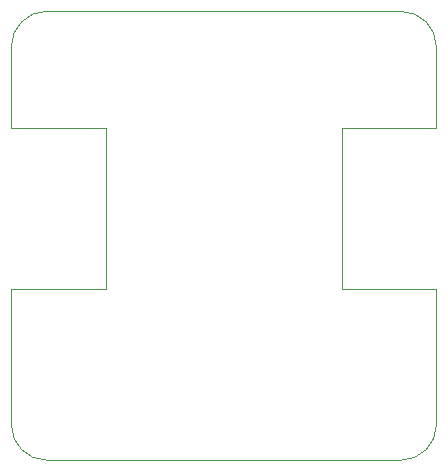
<source format=gbo>
G04 #@! TF.GenerationSoftware,KiCad,Pcbnew,6.0.11*
G04 #@! TF.CreationDate,2023-02-26T14:58:43+01:00*
G04 #@! TF.ProjectId,patchloop2,70617463-686c-46f6-9f70-322e6b696361,1*
G04 #@! TF.SameCoordinates,PX5f5e100PY5d81fd0*
G04 #@! TF.FileFunction,Legend,Bot*
G04 #@! TF.FilePolarity,Positive*
%FSLAX46Y46*%
G04 Gerber Fmt 4.6, Leading zero omitted, Abs format (unit mm)*
G04 Created by KiCad (PCBNEW 6.0.11) date 2023-02-26 14:58:43*
%MOMM*%
%LPD*%
G01*
G04 APERTURE LIST*
G04 #@! TA.AperFunction,Profile*
%ADD10C,0.100000*%
G04 #@! TD*
%ADD11C,0.150000*%
%ADD12C,2.000000*%
%ADD13C,1.200000*%
%ADD14C,2.250000*%
%ADD15C,5.600000*%
G04 APERTURE END LIST*
D10*
X0Y3050000D02*
G75*
G03*
X3000000Y50000I3000000J0D01*
G01*
X33000000Y50000D02*
G75*
G03*
X36000000Y3050000I0J3000000D01*
G01*
X36000000Y35050000D02*
G75*
G03*
X33000000Y38050000I-3000000J0D01*
G01*
X36000000Y28150000D02*
X28000000Y28150000D01*
X36000000Y14550000D02*
X36000000Y3050000D01*
X28000000Y28150000D02*
X28000000Y14550000D01*
X3000000Y38050000D02*
X33000000Y38050000D01*
X3000000Y38050000D02*
G75*
G03*
X0Y35050000I0J-3000000D01*
G01*
X0Y28150000D02*
X8000000Y28150000D01*
X0Y14550000D02*
X0Y3050000D01*
X36000000Y35050000D02*
X36000000Y28150000D01*
X8000000Y14550000D02*
X0Y14550000D01*
X8000000Y28150000D02*
X8000000Y14550000D01*
X28000000Y14550000D02*
X36000000Y14550000D01*
X3000000Y50000D02*
X33000000Y50000D01*
X0Y35050000D02*
X0Y28150000D01*
%LPC*%
D11*
X22900000Y33612620D02*
X22900000Y34612620D01*
X22519047Y34612620D01*
X22423809Y34565000D01*
X22376190Y34517381D01*
X22328571Y34422143D01*
X22328571Y34279286D01*
X22376190Y34184048D01*
X22423809Y34136429D01*
X22519047Y34088810D01*
X22900000Y34088810D01*
X21471428Y33612620D02*
X21471428Y34136429D01*
X21519047Y34231667D01*
X21614285Y34279286D01*
X21804761Y34279286D01*
X21900000Y34231667D01*
X21471428Y33660239D02*
X21566666Y33612620D01*
X21804761Y33612620D01*
X21900000Y33660239D01*
X21947619Y33755477D01*
X21947619Y33850715D01*
X21900000Y33945953D01*
X21804761Y33993572D01*
X21566666Y33993572D01*
X21471428Y34041191D01*
X21138095Y34279286D02*
X20757142Y34279286D01*
X20995238Y34612620D02*
X20995238Y33755477D01*
X20947619Y33660239D01*
X20852380Y33612620D01*
X20757142Y33612620D01*
X19995238Y33660239D02*
X20090476Y33612620D01*
X20280952Y33612620D01*
X20376190Y33660239D01*
X20423809Y33707858D01*
X20471428Y33803096D01*
X20471428Y34088810D01*
X20423809Y34184048D01*
X20376190Y34231667D01*
X20280952Y34279286D01*
X20090476Y34279286D01*
X19995238Y34231667D01*
X19566666Y33612620D02*
X19566666Y34612620D01*
X19138095Y33612620D02*
X19138095Y34136429D01*
X19185714Y34231667D01*
X19280952Y34279286D01*
X19423809Y34279286D01*
X19519047Y34231667D01*
X19566666Y34184048D01*
X18185714Y33612620D02*
X18661904Y33612620D01*
X18661904Y34612620D01*
X17709523Y33612620D02*
X17804761Y33660239D01*
X17852380Y33707858D01*
X17900000Y33803096D01*
X17900000Y34088810D01*
X17852380Y34184048D01*
X17804761Y34231667D01*
X17709523Y34279286D01*
X17566666Y34279286D01*
X17471428Y34231667D01*
X17423809Y34184048D01*
X17376190Y34088810D01*
X17376190Y33803096D01*
X17423809Y33707858D01*
X17471428Y33660239D01*
X17566666Y33612620D01*
X17709523Y33612620D01*
X16804761Y33612620D02*
X16900000Y33660239D01*
X16947619Y33707858D01*
X16995238Y33803096D01*
X16995238Y34088810D01*
X16947619Y34184048D01*
X16900000Y34231667D01*
X16804761Y34279286D01*
X16661904Y34279286D01*
X16566666Y34231667D01*
X16519047Y34184048D01*
X16471428Y34088810D01*
X16471428Y33803096D01*
X16519047Y33707858D01*
X16566666Y33660239D01*
X16661904Y33612620D01*
X16804761Y33612620D01*
X16042857Y34279286D02*
X16042857Y33279286D01*
X16042857Y34231667D02*
X15947619Y34279286D01*
X15757142Y34279286D01*
X15661904Y34231667D01*
X15614285Y34184048D01*
X15566666Y34088810D01*
X15566666Y33803096D01*
X15614285Y33707858D01*
X15661904Y33660239D01*
X15757142Y33612620D01*
X15947619Y33612620D01*
X16042857Y33660239D01*
X13804761Y33612620D02*
X14138095Y34088810D01*
X14376190Y33612620D02*
X14376190Y34612620D01*
X13995238Y34612620D01*
X13900000Y34565000D01*
X13852380Y34517381D01*
X13804761Y34422143D01*
X13804761Y34279286D01*
X13852380Y34184048D01*
X13900000Y34136429D01*
X13995238Y34088810D01*
X14376190Y34088810D01*
X13423809Y34517381D02*
X13376190Y34565000D01*
X13280952Y34612620D01*
X13042857Y34612620D01*
X12947619Y34565000D01*
X12900000Y34517381D01*
X12852380Y34422143D01*
X12852380Y34326905D01*
X12900000Y34184048D01*
X13471428Y33612620D01*
X12852380Y33612620D01*
X30209523Y32669286D02*
X30209523Y31859762D01*
X30257142Y31764524D01*
X30304761Y31716905D01*
X30400000Y31669286D01*
X30542857Y31669286D01*
X30638095Y31716905D01*
X30209523Y32050239D02*
X30304761Y32002620D01*
X30495238Y32002620D01*
X30590476Y32050239D01*
X30638095Y32097858D01*
X30685714Y32193096D01*
X30685714Y32478810D01*
X30638095Y32574048D01*
X30590476Y32621667D01*
X30495238Y32669286D01*
X30304761Y32669286D01*
X30209523Y32621667D01*
X29733333Y32002620D02*
X29733333Y32669286D01*
X29733333Y33002620D02*
X29780952Y32955000D01*
X29733333Y32907381D01*
X29685714Y32955000D01*
X29733333Y33002620D01*
X29733333Y32907381D01*
X29400000Y32669286D02*
X29019047Y32669286D01*
X29257142Y33002620D02*
X29257142Y32145477D01*
X29209523Y32050239D01*
X29114285Y32002620D01*
X29019047Y32002620D01*
X28685714Y32002620D02*
X28685714Y33002620D01*
X28257142Y32002620D02*
X28257142Y32526429D01*
X28304761Y32621667D01*
X28400000Y32669286D01*
X28542857Y32669286D01*
X28638095Y32621667D01*
X28685714Y32574048D01*
X27352380Y32669286D02*
X27352380Y32002620D01*
X27780952Y32669286D02*
X27780952Y32145477D01*
X27733333Y32050239D01*
X27638095Y32002620D01*
X27495238Y32002620D01*
X27400000Y32050239D01*
X27352380Y32097858D01*
X26876190Y32002620D02*
X26876190Y33002620D01*
X26876190Y32621667D02*
X26780952Y32669286D01*
X26590476Y32669286D01*
X26495238Y32621667D01*
X26447619Y32574048D01*
X26400000Y32478810D01*
X26400000Y32193096D01*
X26447619Y32097858D01*
X26495238Y32050239D01*
X26590476Y32002620D01*
X26780952Y32002620D01*
X26876190Y32050239D01*
X25971428Y32097858D02*
X25923809Y32050239D01*
X25971428Y32002620D01*
X26019047Y32050239D01*
X25971428Y32097858D01*
X25971428Y32002620D01*
X25066666Y32050239D02*
X25161904Y32002620D01*
X25352380Y32002620D01*
X25447619Y32050239D01*
X25495238Y32097858D01*
X25542857Y32193096D01*
X25542857Y32478810D01*
X25495238Y32574048D01*
X25447619Y32621667D01*
X25352380Y32669286D01*
X25161904Y32669286D01*
X25066666Y32621667D01*
X24495238Y32002620D02*
X24590476Y32050239D01*
X24638095Y32097858D01*
X24685714Y32193096D01*
X24685714Y32478810D01*
X24638095Y32574048D01*
X24590476Y32621667D01*
X24495238Y32669286D01*
X24352380Y32669286D01*
X24257142Y32621667D01*
X24209523Y32574048D01*
X24161904Y32478810D01*
X24161904Y32193096D01*
X24209523Y32097858D01*
X24257142Y32050239D01*
X24352380Y32002620D01*
X24495238Y32002620D01*
X23733333Y32002620D02*
X23733333Y32669286D01*
X23733333Y32574048D02*
X23685714Y32621667D01*
X23590476Y32669286D01*
X23447619Y32669286D01*
X23352380Y32621667D01*
X23304761Y32526429D01*
X23304761Y32002620D01*
X23304761Y32526429D02*
X23257142Y32621667D01*
X23161904Y32669286D01*
X23019047Y32669286D01*
X22923809Y32621667D01*
X22876190Y32526429D01*
X22876190Y32002620D01*
X21685714Y33050239D02*
X22542857Y31764524D01*
X21400000Y32050239D02*
X21257142Y32002620D01*
X21019047Y32002620D01*
X20923809Y32050239D01*
X20876190Y32097858D01*
X20828571Y32193096D01*
X20828571Y32288334D01*
X20876190Y32383572D01*
X20923809Y32431191D01*
X21019047Y32478810D01*
X21209523Y32526429D01*
X21304761Y32574048D01*
X21352380Y32621667D01*
X21400000Y32716905D01*
X21400000Y32812143D01*
X21352380Y32907381D01*
X21304761Y32955000D01*
X21209523Y33002620D01*
X20971428Y33002620D01*
X20828571Y32955000D01*
X20400000Y32002620D02*
X20400000Y32669286D01*
X20400000Y32574048D02*
X20352380Y32621667D01*
X20257142Y32669286D01*
X20114285Y32669286D01*
X20019047Y32621667D01*
X19971428Y32526429D01*
X19971428Y32002620D01*
X19971428Y32526429D02*
X19923809Y32621667D01*
X19828571Y32669286D01*
X19685714Y32669286D01*
X19590476Y32621667D01*
X19542857Y32526429D01*
X19542857Y32002620D01*
X19066666Y32002620D02*
X19066666Y32669286D01*
X19066666Y33002620D02*
X19114285Y32955000D01*
X19066666Y32907381D01*
X19019047Y32955000D01*
X19066666Y33002620D01*
X19066666Y32907381D01*
X18733333Y32669286D02*
X18352380Y32669286D01*
X18590476Y33002620D02*
X18590476Y32145477D01*
X18542857Y32050239D01*
X18447619Y32002620D01*
X18352380Y32002620D01*
X18019047Y32002620D02*
X18019047Y33002620D01*
X17590476Y32002620D02*
X17590476Y32526429D01*
X17638095Y32621667D01*
X17733333Y32669286D01*
X17876190Y32669286D01*
X17971428Y32621667D01*
X18019047Y32574048D01*
X16542857Y32097858D02*
X16590476Y32050239D01*
X16733333Y32002620D01*
X16828571Y32002620D01*
X16971428Y32050239D01*
X17066666Y32145477D01*
X17114285Y32240715D01*
X17161904Y32431191D01*
X17161904Y32574048D01*
X17114285Y32764524D01*
X17066666Y32859762D01*
X16971428Y32955000D01*
X16828571Y33002620D01*
X16733333Y33002620D01*
X16590476Y32955000D01*
X16542857Y32907381D01*
X16114285Y32002620D02*
X16114285Y33002620D01*
X15685714Y32002620D02*
X15685714Y32526429D01*
X15733333Y32621667D01*
X15828571Y32669286D01*
X15971428Y32669286D01*
X16066666Y32621667D01*
X16114285Y32574048D01*
X14780952Y32002620D02*
X14780952Y32526429D01*
X14828571Y32621667D01*
X14923809Y32669286D01*
X15114285Y32669286D01*
X15209523Y32621667D01*
X14780952Y32050239D02*
X14876190Y32002620D01*
X15114285Y32002620D01*
X15209523Y32050239D01*
X15257142Y32145477D01*
X15257142Y32240715D01*
X15209523Y32335953D01*
X15114285Y32383572D01*
X14876190Y32383572D01*
X14780952Y32431191D01*
X14304761Y32002620D02*
X14304761Y32669286D01*
X14304761Y32478810D02*
X14257142Y32574048D01*
X14209523Y32621667D01*
X14114285Y32669286D01*
X14019047Y32669286D01*
X13828571Y32669286D02*
X13447619Y32669286D01*
X13685714Y33002620D02*
X13685714Y32145477D01*
X13638095Y32050239D01*
X13542857Y32002620D01*
X13447619Y32002620D01*
X12400000Y33050239D02*
X13257142Y31764524D01*
X12066666Y32669286D02*
X12066666Y31669286D01*
X12066666Y32621667D02*
X11971428Y32669286D01*
X11780952Y32669286D01*
X11685714Y32621667D01*
X11638095Y32574048D01*
X11590476Y32478810D01*
X11590476Y32193096D01*
X11638095Y32097858D01*
X11685714Y32050239D01*
X11780952Y32002620D01*
X11971428Y32002620D01*
X12066666Y32050239D01*
X10733333Y32002620D02*
X10733333Y32526429D01*
X10780952Y32621667D01*
X10876190Y32669286D01*
X11066666Y32669286D01*
X11161904Y32621667D01*
X10733333Y32050239D02*
X10828571Y32002620D01*
X11066666Y32002620D01*
X11161904Y32050239D01*
X11209523Y32145477D01*
X11209523Y32240715D01*
X11161904Y32335953D01*
X11066666Y32383572D01*
X10828571Y32383572D01*
X10733333Y32431191D01*
X10400000Y32669286D02*
X10019047Y32669286D01*
X10257142Y33002620D02*
X10257142Y32145477D01*
X10209523Y32050239D01*
X10114285Y32002620D01*
X10019047Y32002620D01*
X9257142Y32050239D02*
X9352380Y32002620D01*
X9542857Y32002620D01*
X9638095Y32050239D01*
X9685714Y32097858D01*
X9733333Y32193096D01*
X9733333Y32478810D01*
X9685714Y32574048D01*
X9638095Y32621667D01*
X9542857Y32669286D01*
X9352380Y32669286D01*
X9257142Y32621667D01*
X8828571Y32002620D02*
X8828571Y33002620D01*
X8400000Y32002620D02*
X8400000Y32526429D01*
X8447619Y32621667D01*
X8542857Y32669286D01*
X8685714Y32669286D01*
X8780952Y32621667D01*
X8828571Y32574048D01*
X7780952Y32002620D02*
X7876190Y32050239D01*
X7923809Y32145477D01*
X7923809Y33002620D01*
X7257142Y32002620D02*
X7352380Y32050239D01*
X7400000Y32097858D01*
X7447619Y32193096D01*
X7447619Y32478810D01*
X7400000Y32574048D01*
X7352380Y32621667D01*
X7257142Y32669286D01*
X7114285Y32669286D01*
X7019047Y32621667D01*
X6971428Y32574048D01*
X6923809Y32478810D01*
X6923809Y32193096D01*
X6971428Y32097858D01*
X7019047Y32050239D01*
X7114285Y32002620D01*
X7257142Y32002620D01*
X6352380Y32002620D02*
X6447619Y32050239D01*
X6495238Y32097858D01*
X6542857Y32193096D01*
X6542857Y32478810D01*
X6495238Y32574048D01*
X6447619Y32621667D01*
X6352380Y32669286D01*
X6209523Y32669286D01*
X6114285Y32621667D01*
X6066666Y32574048D01*
X6019047Y32478810D01*
X6019047Y32193096D01*
X6066666Y32097858D01*
X6114285Y32050239D01*
X6209523Y32002620D01*
X6352380Y32002620D01*
X5590476Y32669286D02*
X5590476Y31669286D01*
X5590476Y32621667D02*
X5495238Y32669286D01*
X5304761Y32669286D01*
X5209523Y32621667D01*
X5161904Y32574048D01*
X5114285Y32478810D01*
X5114285Y32193096D01*
X5161904Y32097858D01*
X5209523Y32050239D01*
X5304761Y32002620D01*
X5495238Y32002620D01*
X5590476Y32050239D01*
X26471428Y30011667D02*
X26519047Y30059286D01*
X26614285Y30202143D01*
X26661904Y30297381D01*
X26709523Y30440239D01*
X26757142Y30678334D01*
X26757142Y30868810D01*
X26709523Y31106905D01*
X26661904Y31249762D01*
X26614285Y31345000D01*
X26519047Y31487858D01*
X26471428Y31535477D01*
X25757142Y30916429D02*
X26090476Y30916429D01*
X26090476Y30392620D02*
X26090476Y31392620D01*
X25614285Y31392620D01*
X25090476Y30392620D02*
X25185714Y30440239D01*
X25233333Y30487858D01*
X25280952Y30583096D01*
X25280952Y30868810D01*
X25233333Y30964048D01*
X25185714Y31011667D01*
X25090476Y31059286D01*
X24947619Y31059286D01*
X24852380Y31011667D01*
X24804761Y30964048D01*
X24757142Y30868810D01*
X24757142Y30583096D01*
X24804761Y30487858D01*
X24852380Y30440239D01*
X24947619Y30392620D01*
X25090476Y30392620D01*
X24328571Y30392620D02*
X24328571Y31059286D01*
X24328571Y30868810D02*
X24280952Y30964048D01*
X24233333Y31011667D01*
X24138095Y31059286D01*
X24042857Y31059286D01*
X23709523Y30392620D02*
X23709523Y31392620D01*
X23614285Y30773572D02*
X23328571Y30392620D01*
X23328571Y31059286D02*
X23709523Y30678334D01*
X22233333Y31059286D02*
X21995238Y30392620D01*
X21757142Y31059286D01*
X21233333Y30392620D02*
X21328571Y30440239D01*
X21376190Y30487858D01*
X21423809Y30583096D01*
X21423809Y30868810D01*
X21376190Y30964048D01*
X21328571Y31011667D01*
X21233333Y31059286D01*
X21090476Y31059286D01*
X20995238Y31011667D01*
X20947619Y30964048D01*
X20900000Y30868810D01*
X20900000Y30583096D01*
X20947619Y30487858D01*
X20995238Y30440239D01*
X21090476Y30392620D01*
X21233333Y30392620D01*
X20471428Y31059286D02*
X20471428Y30392620D01*
X20471428Y30964048D02*
X20423809Y31011667D01*
X20328571Y31059286D01*
X20185714Y31059286D01*
X20090476Y31011667D01*
X20042857Y30916429D01*
X20042857Y30392620D01*
X18804761Y30392620D02*
X18804761Y31392620D01*
X18566666Y31392620D01*
X18423809Y31345000D01*
X18328571Y31249762D01*
X18280952Y31154524D01*
X18233333Y30964048D01*
X18233333Y30821191D01*
X18280952Y30630715D01*
X18328571Y30535477D01*
X18423809Y30440239D01*
X18566666Y30392620D01*
X18804761Y30392620D01*
X17233333Y30487858D02*
X17280952Y30440239D01*
X17423809Y30392620D01*
X17519047Y30392620D01*
X17661904Y30440239D01*
X17757142Y30535477D01*
X17804761Y30630715D01*
X17852380Y30821191D01*
X17852380Y30964048D01*
X17804761Y31154524D01*
X17757142Y31249762D01*
X17661904Y31345000D01*
X17519047Y31392620D01*
X17423809Y31392620D01*
X17280952Y31345000D01*
X17233333Y31297381D01*
X16376190Y31059286D02*
X16376190Y30392620D01*
X16614285Y31440239D02*
X16852380Y30725953D01*
X16233333Y30725953D01*
X15852380Y30392620D02*
X15852380Y31392620D01*
X15852380Y30916429D02*
X15280952Y30916429D01*
X15280952Y30392620D02*
X15280952Y31392620D01*
X14804761Y30392620D02*
X14804761Y31392620D01*
X14423809Y31392620D01*
X14328571Y31345000D01*
X14280952Y31297381D01*
X14233333Y31202143D01*
X14233333Y31059286D01*
X14280952Y30964048D01*
X14328571Y30916429D01*
X14423809Y30868810D01*
X14804761Y30868810D01*
X13090476Y31297381D02*
X13042857Y31345000D01*
X12947619Y31392620D01*
X12709523Y31392620D01*
X12614285Y31345000D01*
X12566666Y31297381D01*
X12519047Y31202143D01*
X12519047Y31106905D01*
X12566666Y30964048D01*
X13138095Y30392620D01*
X12519047Y30392620D01*
X11900000Y31392620D02*
X11804761Y31392620D01*
X11709523Y31345000D01*
X11661904Y31297381D01*
X11614285Y31202143D01*
X11566666Y31011667D01*
X11566666Y30773572D01*
X11614285Y30583096D01*
X11661904Y30487858D01*
X11709523Y30440239D01*
X11804761Y30392620D01*
X11900000Y30392620D01*
X11995238Y30440239D01*
X12042857Y30487858D01*
X12090476Y30583096D01*
X12138095Y30773572D01*
X12138095Y31011667D01*
X12090476Y31202143D01*
X12042857Y31297381D01*
X11995238Y31345000D01*
X11900000Y31392620D01*
X11185714Y31297381D02*
X11138095Y31345000D01*
X11042857Y31392620D01*
X10804761Y31392620D01*
X10709523Y31345000D01*
X10661904Y31297381D01*
X10614285Y31202143D01*
X10614285Y31106905D01*
X10661904Y30964048D01*
X11233333Y30392620D01*
X10614285Y30392620D01*
X10280952Y31392620D02*
X9661904Y31392620D01*
X9995238Y31011667D01*
X9852380Y31011667D01*
X9757142Y30964048D01*
X9709523Y30916429D01*
X9661904Y30821191D01*
X9661904Y30583096D01*
X9709523Y30487858D01*
X9757142Y30440239D01*
X9852380Y30392620D01*
X10138095Y30392620D01*
X10233333Y30440239D01*
X10280952Y30487858D01*
X9328571Y30011667D02*
X9280952Y30059286D01*
X9185714Y30202143D01*
X9138095Y30297381D01*
X9090476Y30440239D01*
X9042857Y30678334D01*
X9042857Y30868810D01*
X9090476Y31106905D01*
X9138095Y31249762D01*
X9185714Y31345000D01*
X9280952Y31487858D01*
X9328571Y31535477D01*
X22733333Y28877858D02*
X22780952Y28830239D01*
X22923809Y28782620D01*
X23019047Y28782620D01*
X23161904Y28830239D01*
X23257142Y28925477D01*
X23304761Y29020715D01*
X23352380Y29211191D01*
X23352380Y29354048D01*
X23304761Y29544524D01*
X23257142Y29639762D01*
X23161904Y29735000D01*
X23019047Y29782620D01*
X22923809Y29782620D01*
X22780952Y29735000D01*
X22733333Y29687381D01*
X21733333Y28877858D02*
X21780952Y28830239D01*
X21923809Y28782620D01*
X22019047Y28782620D01*
X22161904Y28830239D01*
X22257142Y28925477D01*
X22304761Y29020715D01*
X22352380Y29211191D01*
X22352380Y29354048D01*
X22304761Y29544524D01*
X22257142Y29639762D01*
X22161904Y29735000D01*
X22019047Y29782620D01*
X21923809Y29782620D01*
X21780952Y29735000D01*
X21733333Y29687381D01*
X21304761Y29163572D02*
X20542857Y29163572D01*
X19733333Y29306429D02*
X19590476Y29258810D01*
X19542857Y29211191D01*
X19495238Y29115953D01*
X19495238Y28973096D01*
X19542857Y28877858D01*
X19590476Y28830239D01*
X19685714Y28782620D01*
X20066666Y28782620D01*
X20066666Y29782620D01*
X19733333Y29782620D01*
X19638095Y29735000D01*
X19590476Y29687381D01*
X19542857Y29592143D01*
X19542857Y29496905D01*
X19590476Y29401667D01*
X19638095Y29354048D01*
X19733333Y29306429D01*
X20066666Y29306429D01*
X18876190Y29258810D02*
X18876190Y28782620D01*
X19209523Y29782620D02*
X18876190Y29258810D01*
X18542857Y29782620D01*
X18209523Y29163572D02*
X17447619Y29163572D01*
X17019047Y28830239D02*
X16876190Y28782620D01*
X16638095Y28782620D01*
X16542857Y28830239D01*
X16495238Y28877858D01*
X16447619Y28973096D01*
X16447619Y29068334D01*
X16495238Y29163572D01*
X16542857Y29211191D01*
X16638095Y29258810D01*
X16828571Y29306429D01*
X16923809Y29354048D01*
X16971428Y29401667D01*
X17019047Y29496905D01*
X17019047Y29592143D01*
X16971428Y29687381D01*
X16923809Y29735000D01*
X16828571Y29782620D01*
X16590476Y29782620D01*
X16447619Y29735000D01*
X16066666Y29068334D02*
X15590476Y29068334D01*
X16161904Y28782620D02*
X15828571Y29782620D01*
X15495238Y28782620D01*
X14495238Y29782620D02*
X13876190Y29782620D01*
X14209523Y29401667D01*
X14066666Y29401667D01*
X13971428Y29354048D01*
X13923809Y29306429D01*
X13876190Y29211191D01*
X13876190Y28973096D01*
X13923809Y28877858D01*
X13971428Y28830239D01*
X14066666Y28782620D01*
X14352380Y28782620D01*
X14447619Y28830239D01*
X14495238Y28877858D01*
X13447619Y28877858D02*
X13400000Y28830239D01*
X13447619Y28782620D01*
X13495238Y28830239D01*
X13447619Y28877858D01*
X13447619Y28782620D01*
X12780952Y29782620D02*
X12685714Y29782620D01*
X12590476Y29735000D01*
X12542857Y29687381D01*
X12495238Y29592143D01*
X12447619Y29401667D01*
X12447619Y29163572D01*
X12495238Y28973096D01*
X12542857Y28877858D01*
X12590476Y28830239D01*
X12685714Y28782620D01*
X12780952Y28782620D01*
X12876190Y28830239D01*
X12923809Y28877858D01*
X12971428Y28973096D01*
X13019047Y29163572D01*
X13019047Y29401667D01*
X12971428Y29592143D01*
X12923809Y29687381D01*
X12876190Y29735000D01*
X12780952Y29782620D01*
D12*
X26150000Y15380000D03*
X26150000Y27320000D03*
D13*
X32950000Y29970000D03*
X32950000Y12730000D03*
D12*
X9850000Y27320000D03*
X9850000Y15380000D03*
D13*
X3050000Y12730000D03*
X3050000Y29970000D03*
D12*
X14100000Y13850000D03*
D14*
X17800000Y4350000D03*
X15260000Y1810000D03*
X20340000Y6890000D03*
X15260000Y6890000D03*
X20340000Y1810000D03*
D12*
X21800000Y13850000D03*
D15*
X3000000Y35050000D03*
X33000000Y35050000D03*
D12*
X21800000Y10750000D03*
D15*
X3000000Y3050000D03*
D12*
X14100000Y10750000D03*
D15*
X33000000Y3050000D03*
M02*

</source>
